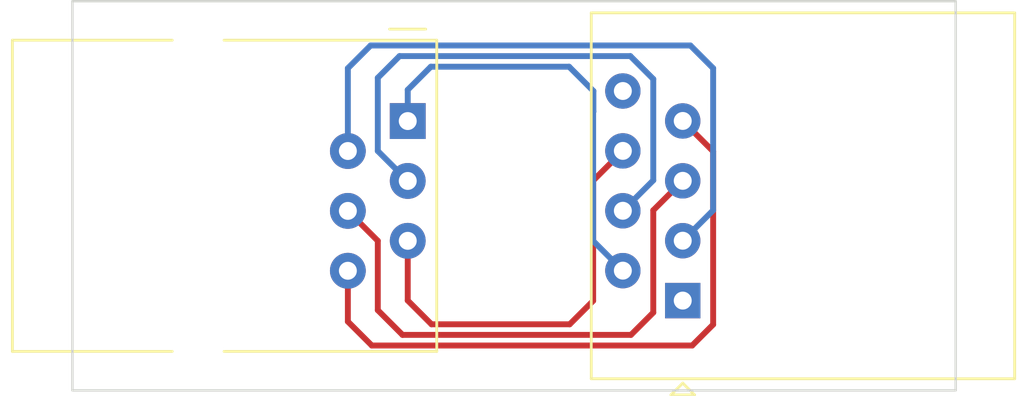
<source format=kicad_pcb>
(kicad_pcb (version 20211014) (generator pcbnew)
  (layers (0 "F.Cu" signal) (31 "B.Cu" signal) (34 "B.Paste" user) (35 "F.Paste" user) (36 "B.SilkS" user "B.Silkscreen") (37 "F.SilkS" user "F.Silkscreen") (38 "B.Mask" user) (39 "F.Mask" user) (44 "Edge.Cuts" user))
  (net 0 "")
  (net 1 "Net-(J1-Pad1)")
  (net 2 "Net-(J1-Pad2)")
  (net 3 "Net-(J1-Pad3)")
  (net 4 "Net-(J1-Pad4)")
  (net 5 "Net-(J1-Pad5)")
  (net 7 "Net-(J1-Pad6)")
  (footprint "MountingHole:MountingHole_2.2mm_M2" (layer "F.Cu") (at 139.192 83.185)
    (fp_text reference "H1" hide)
    (fp_text value "MountingHole" hide)
    (pad "" np_thru_hole circle (at 0 0) (size 2.2 2.2) (drill 2.2) (layers *.Cu *.Mask))
  )
  (footprint "Connector_RJ:RJ12_Amphenol_54601" (layer "F.Cu") (at 134.62 80.015 -90)
    (fp_text reference "J1" hide)
    (fp_text value "RJ12")
    (fp_line (start -3.43 7.79) (end -3.43 -1.23) (layer "F.SilkS") (width 0.12))
    (fp_line (start 9.77 16.77) (end 9.77 9.99) (layer "F.SilkS") (width 0.12))
    (fp_line (start -3.43 16.77) (end -3.43 9.99) (layer "F.SilkS") (width 0.12))
    (fp_line (start -3.43 7.72) (end -3.43 7.79) (layer "F.SilkS") (width 0.1))
    (fp_line (start -3.43 -1.23) (end 9.77 -1.23) (layer "F.SilkS") (width 0.12))
    (fp_line (start -3.9 0.77) (end -3.9 -0.76) (layer "F.SilkS") (width 0.12))
    (fp_line (start 9.77 16.65) (end 9.77 16.77) (layer "F.SilkS") (width 0.1))
    (fp_line (start 9.77 16.77) (end -3.43 16.77) (layer "F.SilkS") (width 0.12))
    (fp_line (start 9.77 -1.23) (end 9.77 7.79) (layer "F.SilkS") (width 0.12))
    (fp_line (start 9.77 16.76) (end 9.77 16.77) (layer "F.SilkS") (width 0.1))
    (pad "" np_thru_hole circle (at 8.25 8.89 270) (size 3.25 3.25) (drill 3.25) (layers *.Cu *.Mask))
    (pad "" np_thru_hole circle (at -1.91 8.89 270) (size 3.25 3.25) (drill 3.25) (layers *.Cu *.Mask))
    (pad "1" thru_hole rect (at 0 0 270) (size 1.52 1.52) (drill 0.76) (layers *.Cu *.Mask) (net 1 "Net-(J1-Pad1)"))
    (pad "2" thru_hole circle (at 1.27 2.54 270) (size 1.52 1.52) (drill 0.76) (layers *.Cu *.Mask) (net 2 "Net-(J1-Pad2)"))
    (pad "3" thru_hole circle (at 2.54 0 270) (size 1.52 1.52) (drill 0.76) (layers *.Cu *.Mask) (net 3 "Net-(J1-Pad3)"))
    (pad "4" thru_hole circle (at 3.81 2.54 270) (size 1.52 1.52) (drill 0.76) (layers *.Cu *.Mask) (net 4 "Net-(J1-Pad4)"))
    (pad "5" thru_hole circle (at 5.08 0 270) (size 1.52 1.52) (drill 0.76) (layers *.Cu *.Mask) (net 5 "Net-(J1-Pad5)"))
    (pad "6" thru_hole circle (at 6.35 2.54 270) (size 1.52 1.52) (drill 0.76) (layers *.Cu *.Mask) (net 7 "Net-(J1-Pad6)"))
  )
  (footprint "Connector_RJ:RJ45_Amphenol_54602-x08_Horizontal" (layer "F.Cu") (at 146.284 87.63 90)
    (fp_text reference "J2" hide)
    (fp_text value "RJ45")
    (fp_line (start -3.315 14.08) (end 12.205 14.08) (layer "F.SilkS") (width 0.12))
    (fp_line (start -4 -0.5) (end -4 0.5) (layer "F.SilkS") (width 0.12))
    (fp_line (start -3.5 0) (end -4 -0.5) (layer "F.SilkS") (width 0.12))
    (fp_line (start 12.205 -3.88) (end 12.205 14.08) (layer "F.SilkS") (width 0.12))
    (fp_line (start 12.205 -3.88) (end -3.315 -3.88) (layer "F.SilkS") (width 0.12))
    (fp_line (start -4 0.5) (end -3.5 0) (layer "F.SilkS") (width 0.12))
    (fp_line (start -3.315 -3.88) (end -3.315 14.08) (layer "F.SilkS") (width 0.12))
    (pad "" np_thru_hole circle (at 10.16 6.35 90) (size 3.2 3.2) (drill 3.2) (layers *.Cu *.Mask))
    (pad "" np_thru_hole circle (at -1.27 6.35 90) (size 3.2 3.2) (drill 3.2) (layers *.Cu *.Mask))
    (pad "1" thru_hole rect (at 0 0 90) (size 1.5 1.5) (drill 0.76) (layers *.Cu *.Mask))
    (pad "2" thru_hole circle (at 1.27 -2.54 90) (size 1.5 1.5) (drill 0.76) (layers *.Cu *.Mask) (net 1 "Net-(J1-Pad1)"))
    (pad "3" thru_hole circle (at 2.54 0 90) (size 1.5 1.5) (drill 0.76) (layers *.Cu *.Mask) (net 2 "Net-(J1-Pad2)"))
    (pad "4" thru_hole circle (at 3.81 -2.54 90) (size 1.5 1.5) (drill 0.76) (layers *.Cu *.Mask) (net 3 "Net-(J1-Pad3)"))
    (pad "5" thru_hole circle (at 5.08 0 90) (size 1.5 1.5) (drill 0.76) (layers *.Cu *.Mask) (net 4 "Net-(J1-Pad4)"))
    (pad "6" thru_hole circle (at 6.35 -2.54 90) (size 1.5 1.5) (drill 0.76) (layers *.Cu *.Mask) (net 5 "Net-(J1-Pad5)"))
    (pad "7" thru_hole circle (at 7.62 0 90) (size 1.5 1.5) (drill 0.76) (layers *.Cu *.Mask) (net 7 "Net-(J1-Pad6)"))
    (pad "8" thru_hole circle (at 8.89 -2.54 90) (size 1.5 1.5) (drill 0.76) (layers *.Cu *.Mask))
  )
  (gr_rect (start 120.396 74.93) (end 157.861 91.44) (layer "Edge.Cuts") (width 0.1) (fill none))
  (segment (start 134.62 78.6892) (end 135.5996 77.7096) (width 0.25) (layer "B.Cu") (net 1))
  (segment (start 142.484 85.1) (end 143.744 86.36) (width 0.25) (layer "B.Cu") (net 1))
  (segment (start 141.4636 77.7096) (end 142.494 78.74) (width 0.25) (layer "B.Cu") (net 1))
  (segment (start 142.494 79.609) (end 142.484 79.619) (width 0.25) (layer "B.Cu") (net 1))
  (segment (start 142.484 79.619) (end 142.484 85.1) (width 0.25) (layer "B.Cu") (net 1))
  (segment (start 142.494 78.74) (end 142.494 79.609) (width 0.25) (layer "B.Cu") (net 1))
  (segment (start 134.62 80.015) (end 134.62 78.6892) (width 0.25) (layer "B.Cu") (net 1))
  (segment (start 135.5996 77.7096) (end 141.4636 77.7096) (width 0.25) (layer "B.Cu") (net 1))
  (segment (start 132.08 77.7748) (end 132.08 81.285) (width 0.25) (layer "B.Cu") (net 2))
  (segment (start 133.0452 76.8096) (end 132.08 77.7748) (width 0.25) (layer "B.Cu") (net 2))
  (segment (start 147.574 77.7748) (end 146.6088 76.8096) (width 0.25) (layer "B.Cu") (net 2))
  (segment (start 147.574 83.8) (end 147.574 77.7748) (width 0.25) (layer "B.Cu") (net 2))
  (segment (start 146.284 85.09) (end 147.574 83.8) (width 0.25) (layer "B.Cu") (net 2))
  (segment (start 146.6088 76.8096) (end 133.0452 76.8096) (width 0.25) (layer "B.Cu") (net 2))
  (segment (start 133.35 78.1812) (end 134.2716 77.2596) (width 0.25) (layer "B.Cu") (net 3))
  (segment (start 134.62 82.555) (end 133.35 81.285) (width 0.25) (layer "B.Cu") (net 3))
  (segment (start 145.034 78.232) (end 145.034 82.53) (width 0.25) (layer "B.Cu") (net 3))
  (segment (start 133.35 81.285) (end 133.35 78.1812) (width 0.25) (layer "B.Cu") (net 3))
  (segment (start 134.2716 77.2596) (end 144.0616 77.2596) (width 0.25) (layer "B.Cu") (net 3))
  (segment (start 145.034 82.53) (end 143.744 83.82) (width 0.25) (layer "B.Cu") (net 3))
  (segment (start 144.0616 77.2596) (end 145.034 78.232) (width 0.25) (layer "B.Cu") (net 3))
  (segment (start 145.034 83.8) (end 146.284 82.55) (width 0.25) (layer "F.Cu") (net 4))
  (segment (start 132.08 83.825) (end 133.35 85.095) (width 0.25) (layer "F.Cu") (net 4))
  (segment (start 133.35 88.0364) (end 134.3986 89.085) (width 0.25) (layer "F.Cu") (net 4))
  (segment (start 134.3986 89.085) (end 144.087 89.085) (width 0.25) (layer "F.Cu") (net 4))
  (segment (start 145.034 88.138) (end 145.034 83.8) (width 0.25) (layer "F.Cu") (net 4))
  (segment (start 133.35 85.095) (end 133.35 88.0364) (width 0.25) (layer "F.Cu") (net 4))
  (segment (start 144.087 89.085) (end 145.034 88.138) (width 0.25) (layer "F.Cu") (net 4))
  (segment (start 134.62 87.627208) (end 135.627792 88.635) (width 0.25) (layer "F.Cu") (net 5))
  (segment (start 142.484 87.64) (end 142.484 82.54) (width 0.25) (layer "F.Cu") (net 5))
  (segment (start 141.489 88.635) (end 142.484 87.64) (width 0.25) (layer "F.Cu") (net 5))
  (segment (start 135.627792 88.635) (end 141.489 88.635) (width 0.25) (layer "F.Cu") (net 5))
  (segment (start 134.62 85.095) (end 134.62 87.627208) (width 0.25) (layer "F.Cu") (net 5))
  (segment (start 142.484 82.54) (end 143.744 81.28) (width 0.25) (layer "F.Cu") (net 5))
  (segment (start 147.574 81.3) (end 147.574 88.646) (width 0.25) (layer "F.Cu") (net 7))
  (segment (start 146.284 80.01) (end 147.574 81.3) (width 0.25) (layer "F.Cu") (net 7))
  (segment (start 146.685 89.535) (end 133.096 89.535) (width 0.25) (layer "F.Cu") (net 7))
  (segment (start 133.096 89.535) (end 132.08 88.519) (width 0.25) (layer "F.Cu") (net 7))
  (segment (start 147.574 88.646) (end 146.685 89.535) (width 0.25) (layer "F.Cu") (net 7))
  (segment (start 132.08 88.519) (end 132.08 86.365) (width 0.25) (layer "F.Cu") (net 7))
)
</source>
